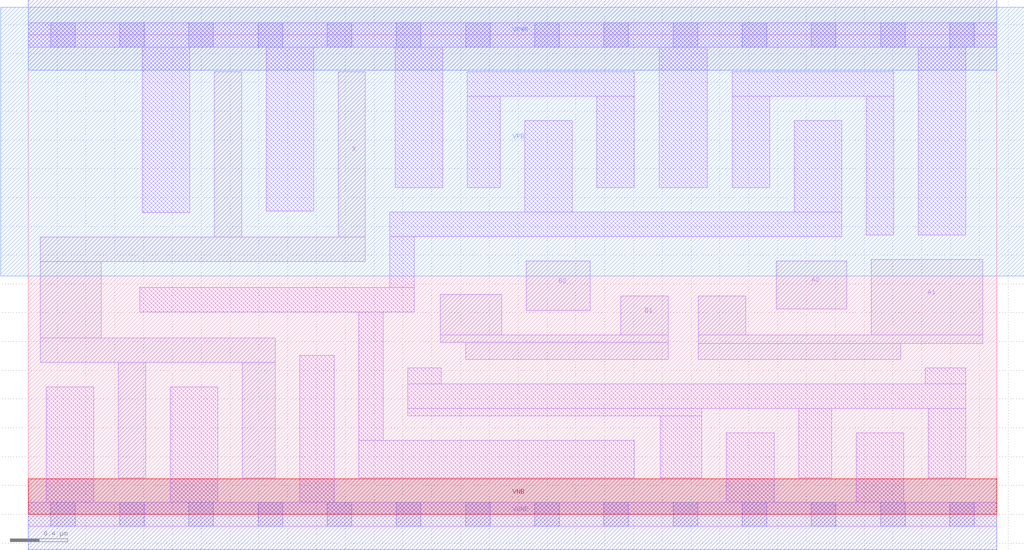
<source format=lef>
# Copyright 2020 The SkyWater PDK Authors
#
# Licensed under the Apache License, Version 2.0 (the "License");
# you may not use this file except in compliance with the License.
# You may obtain a copy of the License at
#
#     https://www.apache.org/licenses/LICENSE-2.0
#
# Unless required by applicable law or agreed to in writing, software
# distributed under the License is distributed on an "AS IS" BASIS,
# WITHOUT WARRANTIES OR CONDITIONS OF ANY KIND, either express or implied.
# See the License for the specific language governing permissions and
# limitations under the License.
#
# SPDX-License-Identifier: Apache-2.0

VERSION 5.7 ;
  NOWIREEXTENSIONATPIN ON ;
  DIVIDERCHAR "/" ;
  BUSBITCHARS "[]" ;
MACRO sky130_fd_sc_lp__o22a_4
  CLASS CORE ;
  FOREIGN sky130_fd_sc_lp__o22a_4 ;
  ORIGIN  0.000000  0.000000 ;
  SIZE  6.720000 BY  3.330000 ;
  SYMMETRY X Y R90 ;
  SITE unit ;
  PIN A1
    ANTENNAGATEAREA  0.630000 ;
    DIRECTION INPUT ;
    USE SIGNAL ;
    PORT
      LAYER li1 ;
        RECT 4.650000 1.075000 6.055000 1.185000 ;
        RECT 4.650000 1.185000 6.625000 1.245000 ;
        RECT 4.650000 1.245000 4.980000 1.515000 ;
        RECT 5.850000 1.245000 6.625000 1.770000 ;
    END
  END A1
  PIN A2
    ANTENNAGATEAREA  0.630000 ;
    DIRECTION INPUT ;
    USE SIGNAL ;
    PORT
      LAYER li1 ;
        RECT 5.190000 1.425000 5.680000 1.760000 ;
    END
  END A2
  PIN B1
    ANTENNAGATEAREA  0.630000 ;
    DIRECTION INPUT ;
    USE SIGNAL ;
    PORT
      LAYER li1 ;
        RECT 2.860000 1.195000 4.440000 1.245000 ;
        RECT 2.860000 1.245000 3.285000 1.525000 ;
        RECT 3.035000 1.075000 4.440000 1.195000 ;
        RECT 4.110000 1.245000 4.440000 1.515000 ;
    END
  END B1
  PIN B2
    ANTENNAGATEAREA  0.630000 ;
    DIRECTION INPUT ;
    USE SIGNAL ;
    PORT
      LAYER li1 ;
        RECT 3.455000 1.415000 3.900000 1.760000 ;
    END
  END B2
  PIN X
    ANTENNADIFFAREA  1.176000 ;
    DIRECTION OUTPUT ;
    USE SIGNAL ;
    PORT
      LAYER li1 ;
        RECT 0.085000 1.055000 1.715000 1.225000 ;
        RECT 0.085000 1.225000 0.505000 1.755000 ;
        RECT 0.085000 1.755000 2.340000 1.925000 ;
        RECT 0.625000 0.255000 0.815000 1.055000 ;
        RECT 1.290000 1.925000 1.480000 3.075000 ;
        RECT 1.485000 0.255000 1.715000 1.055000 ;
        RECT 2.150000 1.925000 2.340000 3.075000 ;
    END
  END X
  PIN VGND
    DIRECTION INOUT ;
    USE GROUND ;
    PORT
      LAYER met1 ;
        RECT 0.000000 -0.245000 6.720000 0.245000 ;
    END
  END VGND
  PIN VNB
    DIRECTION INOUT ;
    USE GROUND ;
    PORT
      LAYER pwell ;
        RECT 0.000000 0.000000 6.720000 0.245000 ;
    END
  END VNB
  PIN VPB
    DIRECTION INOUT ;
    USE POWER ;
    PORT
      LAYER nwell ;
        RECT -0.190000 1.655000 6.910000 3.520000 ;
    END
  END VPB
  PIN VPWR
    DIRECTION INOUT ;
    USE POWER ;
    PORT
      LAYER met1 ;
        RECT 0.000000 3.085000 6.720000 3.575000 ;
    END
  END VPWR
  OBS
    LAYER li1 ;
      RECT 0.000000 -0.085000 6.720000 0.085000 ;
      RECT 0.000000  3.245000 6.720000 3.415000 ;
      RECT 0.125000  0.085000 0.455000 0.885000 ;
      RECT 0.775000  1.405000 2.680000 1.575000 ;
      RECT 0.790000  2.095000 1.120000 3.245000 ;
      RECT 0.985000  0.085000 1.315000 0.885000 ;
      RECT 1.650000  2.105000 1.980000 3.245000 ;
      RECT 1.885000  0.085000 2.125000 1.105000 ;
      RECT 2.295000  0.255000 4.205000 0.515000 ;
      RECT 2.295000  0.515000 2.465000 1.405000 ;
      RECT 2.510000  1.575000 2.680000 1.930000 ;
      RECT 2.510000  1.930000 5.645000 2.100000 ;
      RECT 2.545000  2.270000 2.875000 3.245000 ;
      RECT 2.635000  0.685000 4.675000 0.735000 ;
      RECT 2.635000  0.735000 6.505000 0.905000 ;
      RECT 2.635000  0.905000 2.865000 1.015000 ;
      RECT 3.045000  2.270000 3.275000 2.905000 ;
      RECT 3.045000  2.905000 4.205000 3.075000 ;
      RECT 3.445000  2.100000 3.775000 2.735000 ;
      RECT 3.945000  2.270000 4.205000 2.905000 ;
      RECT 4.380000  2.270000 4.710000 3.245000 ;
      RECT 4.385000  0.255000 4.675000 0.685000 ;
      RECT 4.845000  0.085000 5.175000 0.565000 ;
      RECT 4.885000  2.270000 5.145000 2.905000 ;
      RECT 4.885000  2.905000 6.005000 3.075000 ;
      RECT 5.315000  2.100000 5.645000 2.735000 ;
      RECT 5.345000  0.255000 5.575000 0.735000 ;
      RECT 5.745000  0.085000 6.075000 0.565000 ;
      RECT 5.815000  1.940000 6.005000 2.905000 ;
      RECT 6.175000  1.940000 6.505000 3.245000 ;
      RECT 6.225000  0.905000 6.505000 1.015000 ;
      RECT 6.245000  0.255000 6.505000 0.735000 ;
    LAYER mcon ;
      RECT 0.155000 -0.085000 0.325000 0.085000 ;
      RECT 0.155000  3.245000 0.325000 3.415000 ;
      RECT 0.635000 -0.085000 0.805000 0.085000 ;
      RECT 0.635000  3.245000 0.805000 3.415000 ;
      RECT 1.115000 -0.085000 1.285000 0.085000 ;
      RECT 1.115000  3.245000 1.285000 3.415000 ;
      RECT 1.595000 -0.085000 1.765000 0.085000 ;
      RECT 1.595000  3.245000 1.765000 3.415000 ;
      RECT 2.075000 -0.085000 2.245000 0.085000 ;
      RECT 2.075000  3.245000 2.245000 3.415000 ;
      RECT 2.555000 -0.085000 2.725000 0.085000 ;
      RECT 2.555000  3.245000 2.725000 3.415000 ;
      RECT 3.035000 -0.085000 3.205000 0.085000 ;
      RECT 3.035000  3.245000 3.205000 3.415000 ;
      RECT 3.515000 -0.085000 3.685000 0.085000 ;
      RECT 3.515000  3.245000 3.685000 3.415000 ;
      RECT 3.995000 -0.085000 4.165000 0.085000 ;
      RECT 3.995000  3.245000 4.165000 3.415000 ;
      RECT 4.475000 -0.085000 4.645000 0.085000 ;
      RECT 4.475000  3.245000 4.645000 3.415000 ;
      RECT 4.955000 -0.085000 5.125000 0.085000 ;
      RECT 4.955000  3.245000 5.125000 3.415000 ;
      RECT 5.435000 -0.085000 5.605000 0.085000 ;
      RECT 5.435000  3.245000 5.605000 3.415000 ;
      RECT 5.915000 -0.085000 6.085000 0.085000 ;
      RECT 5.915000  3.245000 6.085000 3.415000 ;
      RECT 6.395000 -0.085000 6.565000 0.085000 ;
      RECT 6.395000  3.245000 6.565000 3.415000 ;
  END
END sky130_fd_sc_lp__o22a_4
END LIBRARY

</source>
